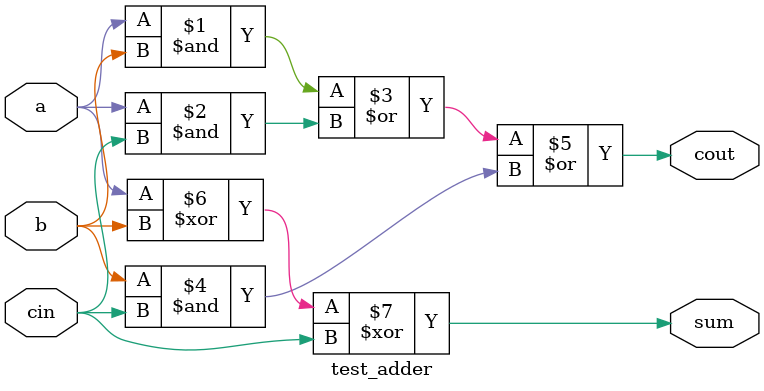
<source format=sv>
module test_adder(
	input logic a, b, cin,
	output logic cout, sum
);
	assign cout = (a & b) | (a & cin) | (b & cin);
	assign sum = a ^ b ^ cin;
endmodule
</source>
